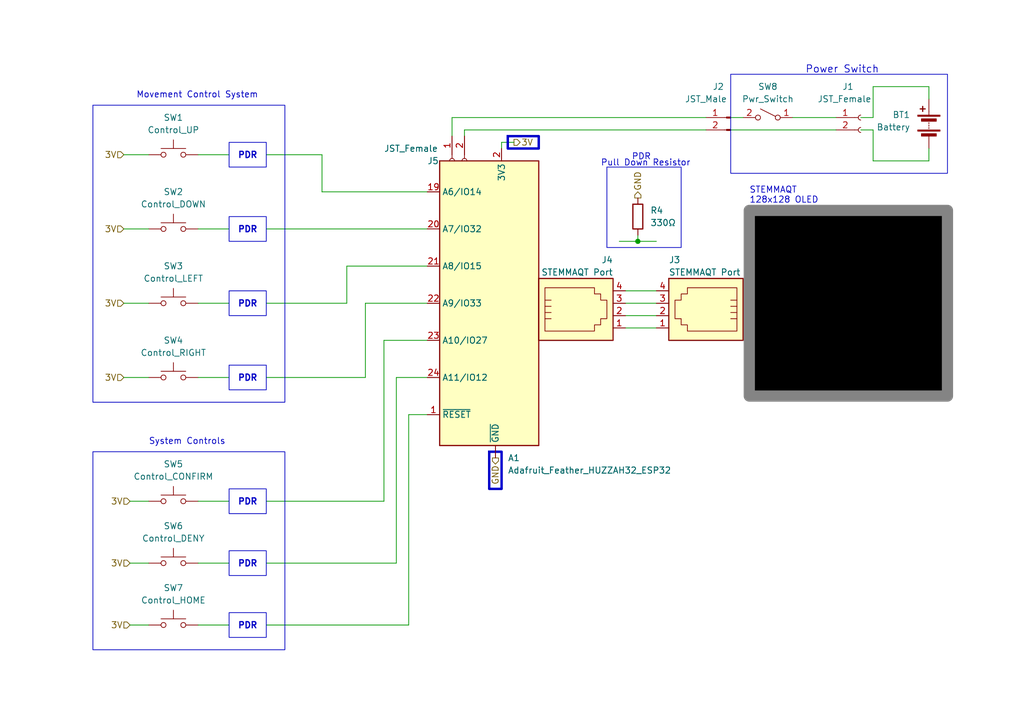
<source format=kicad_sch>
(kicad_sch (version 20230121) (generator eeschema)

  (uuid 6c238e7e-e4de-42bc-8ee9-991deeb9061d)

  (paper "A5")

  (title_block
    (title "The GameMan Game Console of Gaming")
    (date "2023-10-25")
    (company "Portland State University")
  )

  (lib_symbols
    (symbol "Connector:4P4C" (pin_names (offset 1.016)) (in_bom yes) (on_board yes)
      (property "Reference" "J" (at -5.08 8.89 0)
        (effects (font (size 1.27 1.27)) (justify right))
      )
      (property "Value" "4P4C" (at 2.54 8.89 0)
        (effects (font (size 1.27 1.27)) (justify left))
      )
      (property "Footprint" "" (at 0 1.27 90)
        (effects (font (size 1.27 1.27)) hide)
      )
      (property "Datasheet" "~" (at 0 1.27 90)
        (effects (font (size 1.27 1.27)) hide)
      )
      (property "ki_keywords" "4P4C RJ socket connector" (at 0 0 0)
        (effects (font (size 1.27 1.27)) hide)
      )
      (property "ki_description" "RJ connector, 4P4C (4 positions 4 connected), RJ9/RJ10/RJ22" (at 0 0 0)
        (effects (font (size 1.27 1.27)) hide)
      )
      (property "ki_fp_filters" "4P4C* RJ9* RJ10* RJ22*" (at 0 0 0)
        (effects (font (size 1.27 1.27)) hide)
      )
      (symbol "4P4C_0_1"
        (polyline
          (pts
            (xy -6.35 -0.635)
            (xy -5.08 -0.635)
            (xy -5.08 -0.635)
          )
          (stroke (width 0) (type default))
          (fill (type none))
        )
        (polyline
          (pts
            (xy -6.35 0.635)
            (xy -5.08 0.635)
            (xy -5.08 0.635)
          )
          (stroke (width 0) (type default))
          (fill (type none))
        )
        (polyline
          (pts
            (xy -6.35 1.905)
            (xy -5.08 1.905)
            (xy -5.08 1.905)
          )
          (stroke (width 0) (type default))
          (fill (type none))
        )
        (polyline
          (pts
            (xy -6.35 3.175)
            (xy -5.08 3.175)
            (xy -5.08 3.175)
          )
          (stroke (width 0) (type default))
          (fill (type none))
        )
        (polyline
          (pts
            (xy -6.35 -3.175)
            (xy -6.35 5.715)
            (xy -1.27 5.715)
            (xy 3.81 5.715)
            (xy 3.81 4.445)
            (xy 5.08 4.445)
            (xy 5.08 3.175)
            (xy 6.35 3.175)
            (xy 6.35 -0.635)
            (xy 5.08 -0.635)
            (xy 5.08 -1.905)
            (xy 3.81 -1.905)
            (xy 3.81 -3.175)
            (xy -6.35 -3.175)
            (xy -6.35 -3.175)
          )
          (stroke (width 0) (type default))
          (fill (type none))
        )
        (rectangle (start 7.62 7.62) (end -7.62 -5.08)
          (stroke (width 0.254) (type default))
          (fill (type background))
        )
      )
      (symbol "4P4C_1_1"
        (pin passive line (at 10.16 -2.54 180) (length 2.54)
          (name "~" (effects (font (size 1.27 1.27))))
          (number "1" (effects (font (size 1.27 1.27))))
        )
        (pin passive line (at 10.16 0 180) (length 2.54)
          (name "~" (effects (font (size 1.27 1.27))))
          (number "2" (effects (font (size 1.27 1.27))))
        )
        (pin passive line (at 10.16 2.54 180) (length 2.54)
          (name "~" (effects (font (size 1.27 1.27))))
          (number "3" (effects (font (size 1.27 1.27))))
        )
        (pin passive line (at 10.16 5.08 180) (length 2.54)
          (name "~" (effects (font (size 1.27 1.27))))
          (number "4" (effects (font (size 1.27 1.27))))
        )
      )
    )
    (symbol "Connector:Conn_01x02_Pin" (pin_names (offset 1.016) hide) (in_bom yes) (on_board yes)
      (property "Reference" "J" (at 0 2.54 0)
        (effects (font (size 1.27 1.27)))
      )
      (property "Value" "Conn_01x02_Pin" (at 0 -5.08 0)
        (effects (font (size 1.27 1.27)))
      )
      (property "Footprint" "" (at 0 0 0)
        (effects (font (size 1.27 1.27)) hide)
      )
      (property "Datasheet" "~" (at 0 0 0)
        (effects (font (size 1.27 1.27)) hide)
      )
      (property "ki_locked" "" (at 0 0 0)
        (effects (font (size 1.27 1.27)))
      )
      (property "ki_keywords" "connector" (at 0 0 0)
        (effects (font (size 1.27 1.27)) hide)
      )
      (property "ki_description" "Generic connector, single row, 01x02, script generated" (at 0 0 0)
        (effects (font (size 1.27 1.27)) hide)
      )
      (property "ki_fp_filters" "Connector*:*_1x??_*" (at 0 0 0)
        (effects (font (size 1.27 1.27)) hide)
      )
      (symbol "Conn_01x02_Pin_1_1"
        (polyline
          (pts
            (xy 1.27 -2.54)
            (xy 0.8636 -2.54)
          )
          (stroke (width 0.1524) (type default))
          (fill (type none))
        )
        (polyline
          (pts
            (xy 1.27 0)
            (xy 0.8636 0)
          )
          (stroke (width 0.1524) (type default))
          (fill (type none))
        )
        (rectangle (start 0.8636 -2.413) (end 0 -2.667)
          (stroke (width 0.1524) (type default))
          (fill (type outline))
        )
        (rectangle (start 0.8636 0.127) (end 0 -0.127)
          (stroke (width 0.1524) (type default))
          (fill (type outline))
        )
        (pin passive line (at 5.08 0 180) (length 3.81)
          (name "Pin_1" (effects (font (size 1.27 1.27))))
          (number "1" (effects (font (size 1.27 1.27))))
        )
        (pin passive line (at 5.08 -2.54 180) (length 3.81)
          (name "Pin_2" (effects (font (size 1.27 1.27))))
          (number "2" (effects (font (size 1.27 1.27))))
        )
      )
    )
    (symbol "Connector:Conn_01x02_Socket" (pin_names (offset 1.016) hide) (in_bom yes) (on_board yes)
      (property "Reference" "J" (at 0 2.54 0)
        (effects (font (size 1.27 1.27)))
      )
      (property "Value" "Conn_01x02_Socket" (at 0 -5.08 0)
        (effects (font (size 1.27 1.27)))
      )
      (property "Footprint" "" (at 0 0 0)
        (effects (font (size 1.27 1.27)) hide)
      )
      (property "Datasheet" "~" (at 0 0 0)
        (effects (font (size 1.27 1.27)) hide)
      )
      (property "ki_locked" "" (at 0 0 0)
        (effects (font (size 1.27 1.27)))
      )
      (property "ki_keywords" "connector" (at 0 0 0)
        (effects (font (size 1.27 1.27)) hide)
      )
      (property "ki_description" "Generic connector, single row, 01x02, script generated" (at 0 0 0)
        (effects (font (size 1.27 1.27)) hide)
      )
      (property "ki_fp_filters" "Connector*:*_1x??_*" (at 0 0 0)
        (effects (font (size 1.27 1.27)) hide)
      )
      (symbol "Conn_01x02_Socket_1_1"
        (arc (start 0 -2.032) (mid -0.5058 -2.54) (end 0 -3.048)
          (stroke (width 0.1524) (type default))
          (fill (type none))
        )
        (polyline
          (pts
            (xy -1.27 -2.54)
            (xy -0.508 -2.54)
          )
          (stroke (width 0.1524) (type default))
          (fill (type none))
        )
        (polyline
          (pts
            (xy -1.27 0)
            (xy -0.508 0)
          )
          (stroke (width 0.1524) (type default))
          (fill (type none))
        )
        (arc (start 0 0.508) (mid -0.5058 0) (end 0 -0.508)
          (stroke (width 0.1524) (type default))
          (fill (type none))
        )
        (pin passive line (at -5.08 0 0) (length 3.81)
          (name "Pin_1" (effects (font (size 1.27 1.27))))
          (number "1" (effects (font (size 1.27 1.27))))
        )
        (pin passive line (at -5.08 -2.54 0) (length 3.81)
          (name "Pin_2" (effects (font (size 1.27 1.27))))
          (number "2" (effects (font (size 1.27 1.27))))
        )
      )
    )
    (symbol "Device:Battery" (pin_numbers hide) (pin_names (offset 0) hide) (in_bom yes) (on_board yes)
      (property "Reference" "BT" (at 2.54 2.54 0)
        (effects (font (size 1.27 1.27)) (justify left))
      )
      (property "Value" "Battery" (at 2.54 0 0)
        (effects (font (size 1.27 1.27)) (justify left))
      )
      (property "Footprint" "" (at 0 1.524 90)
        (effects (font (size 1.27 1.27)) hide)
      )
      (property "Datasheet" "~" (at 0 1.524 90)
        (effects (font (size 1.27 1.27)) hide)
      )
      (property "ki_keywords" "batt voltage-source cell" (at 0 0 0)
        (effects (font (size 1.27 1.27)) hide)
      )
      (property "ki_description" "Multiple-cell battery" (at 0 0 0)
        (effects (font (size 1.27 1.27)) hide)
      )
      (symbol "Battery_0_1"
        (rectangle (start -2.286 -1.27) (end 2.286 -1.524)
          (stroke (width 0) (type default))
          (fill (type outline))
        )
        (rectangle (start -2.286 1.778) (end 2.286 1.524)
          (stroke (width 0) (type default))
          (fill (type outline))
        )
        (rectangle (start -1.524 -2.032) (end 1.524 -2.54)
          (stroke (width 0) (type default))
          (fill (type outline))
        )
        (rectangle (start -1.524 1.016) (end 1.524 0.508)
          (stroke (width 0) (type default))
          (fill (type outline))
        )
        (polyline
          (pts
            (xy 0 -1.016)
            (xy 0 -0.762)
          )
          (stroke (width 0) (type default))
          (fill (type none))
        )
        (polyline
          (pts
            (xy 0 -0.508)
            (xy 0 -0.254)
          )
          (stroke (width 0) (type default))
          (fill (type none))
        )
        (polyline
          (pts
            (xy 0 0)
            (xy 0 0.254)
          )
          (stroke (width 0) (type default))
          (fill (type none))
        )
        (polyline
          (pts
            (xy 0 1.778)
            (xy 0 2.54)
          )
          (stroke (width 0) (type default))
          (fill (type none))
        )
        (polyline
          (pts
            (xy 0.762 3.048)
            (xy 1.778 3.048)
          )
          (stroke (width 0.254) (type default))
          (fill (type none))
        )
        (polyline
          (pts
            (xy 1.27 3.556)
            (xy 1.27 2.54)
          )
          (stroke (width 0.254) (type default))
          (fill (type none))
        )
      )
      (symbol "Battery_1_1"
        (pin passive line (at 0 5.08 270) (length 2.54)
          (name "+" (effects (font (size 1.27 1.27))))
          (number "1" (effects (font (size 1.27 1.27))))
        )
        (pin passive line (at 0 -5.08 90) (length 2.54)
          (name "-" (effects (font (size 1.27 1.27))))
          (number "2" (effects (font (size 1.27 1.27))))
        )
      )
    )
    (symbol "Device:R" (pin_numbers hide) (pin_names (offset 0)) (in_bom yes) (on_board yes)
      (property "Reference" "R" (at 2.032 0 90)
        (effects (font (size 1.27 1.27)))
      )
      (property "Value" "R" (at 0 0 90)
        (effects (font (size 1.27 1.27)))
      )
      (property "Footprint" "" (at -1.778 0 90)
        (effects (font (size 1.27 1.27)) hide)
      )
      (property "Datasheet" "~" (at 0 0 0)
        (effects (font (size 1.27 1.27)) hide)
      )
      (property "ki_keywords" "R res resistor" (at 0 0 0)
        (effects (font (size 1.27 1.27)) hide)
      )
      (property "ki_description" "Resistor" (at 0 0 0)
        (effects (font (size 1.27 1.27)) hide)
      )
      (property "ki_fp_filters" "R_*" (at 0 0 0)
        (effects (font (size 1.27 1.27)) hide)
      )
      (symbol "R_0_1"
        (rectangle (start -1.016 -2.54) (end 1.016 2.54)
          (stroke (width 0.254) (type default))
          (fill (type none))
        )
      )
      (symbol "R_1_1"
        (pin passive line (at 0 3.81 270) (length 1.27)
          (name "~" (effects (font (size 1.27 1.27))))
          (number "1" (effects (font (size 1.27 1.27))))
        )
        (pin passive line (at 0 -3.81 90) (length 1.27)
          (name "~" (effects (font (size 1.27 1.27))))
          (number "2" (effects (font (size 1.27 1.27))))
        )
      )
    )
    (symbol "MCU_Module:Adafruit_Feather_HUZZAH32_ESP32" (in_bom yes) (on_board yes)
      (property "Reference" "A1" (at 2.1941 -33.02 0)
        (effects (font (size 1.27 1.27)) (justify left))
      )
      (property "Value" "Adafruit_Feather_HUZZAH32_ESP32" (at 2.1941 -35.56 0)
        (effects (font (size 1.27 1.27)) (justify left))
      )
      (property "Footprint" "Module:Adafruit_Feather" (at 2.54 -34.29 0)
        (effects (font (size 1.27 1.27)) (justify left) hide)
      )
      (property "Datasheet" "https://cdn-learn.adafruit.com/downloads/pdf/adafruit-huzzah32-esp32-feather.pdf" (at 0 -30.48 0)
        (effects (font (size 1.27 1.27)) hide)
      )
      (property "ki_keywords" "Adafruit feather microcontroller module USB" (at 0 0 0)
        (effects (font (size 1.27 1.27)) hide)
      )
      (property "ki_description" "Microcontroller module with ESP32 MCU" (at 0 0 0)
        (effects (font (size 1.27 1.27)) hide)
      )
      (property "ki_fp_filters" "Adafruit*Feather*" (at 0 0 0)
        (effects (font (size 1.27 1.27)) hide)
      )
      (symbol "Adafruit_Feather_HUZZAH32_ESP32_0_1"
        (rectangle (start -10.16 27.94) (end 10.16 -30.48)
          (stroke (width 0.254) (type default))
          (fill (type background))
        )
      )
      (symbol "Adafruit_Feather_HUZZAH32_ESP32_1_1"
        (pin input line (at 1.27 -33.02 90) (length 2.54)
          (name "~{GND}" (effects (font (size 1.27 1.27))))
          (number "" (effects (font (size 1.27 1.27))))
        )
        (pin input line (at -12.7 -24.13 0) (length 2.54)
          (name "~{RESET}" (effects (font (size 1.27 1.27))))
          (number "1" (effects (font (size 1.27 1.27))))
        )
        (pin bidirectional line (at -12.7 21.59 0) (length 2.54)
          (name "A6/IO14" (effects (font (size 1.27 1.27))))
          (number "19" (effects (font (size 1.27 1.27))))
        )
        (pin power_in line (at 2.54 30.48 270) (length 2.54)
          (name "3V3" (effects (font (size 1.27 1.27))))
          (number "2" (effects (font (size 1.27 1.27))))
        )
        (pin bidirectional line (at -12.7 13.97 0) (length 2.54)
          (name "A7/IO32" (effects (font (size 1.27 1.27))))
          (number "20" (effects (font (size 1.27 1.27))))
        )
        (pin bidirectional line (at -12.7 6.35 0) (length 2.54)
          (name "A8/IO15" (effects (font (size 1.27 1.27))))
          (number "21" (effects (font (size 1.27 1.27))))
        )
        (pin bidirectional line (at -12.7 -1.27 0) (length 2.54)
          (name "A9/IO33" (effects (font (size 1.27 1.27))))
          (number "22" (effects (font (size 1.27 1.27))))
        )
        (pin bidirectional line (at -12.7 -8.89 0) (length 2.54)
          (name "A10/IO27" (effects (font (size 1.27 1.27))))
          (number "23" (effects (font (size 1.27 1.27))))
        )
        (pin bidirectional line (at -12.7 -16.51 0) (length 2.54)
          (name "A11/IO12" (effects (font (size 1.27 1.27))))
          (number "24" (effects (font (size 1.27 1.27))))
        )
      )
    )
    (symbol "Switch:SW_Push" (pin_numbers hide) (pin_names (offset 1.016) hide) (in_bom yes) (on_board yes)
      (property "Reference" "SW" (at 1.27 2.54 0)
        (effects (font (size 1.27 1.27)) (justify left))
      )
      (property "Value" "SW_Push" (at 0 -1.524 0)
        (effects (font (size 1.27 1.27)))
      )
      (property "Footprint" "" (at 0 5.08 0)
        (effects (font (size 1.27 1.27)) hide)
      )
      (property "Datasheet" "~" (at 0 5.08 0)
        (effects (font (size 1.27 1.27)) hide)
      )
      (property "ki_keywords" "switch normally-open pushbutton push-button" (at 0 0 0)
        (effects (font (size 1.27 1.27)) hide)
      )
      (property "ki_description" "Push button switch, generic, two pins" (at 0 0 0)
        (effects (font (size 1.27 1.27)) hide)
      )
      (symbol "SW_Push_0_1"
        (circle (center -2.032 0) (radius 0.508)
          (stroke (width 0) (type default))
          (fill (type none))
        )
        (polyline
          (pts
            (xy 0 1.27)
            (xy 0 3.048)
          )
          (stroke (width 0) (type default))
          (fill (type none))
        )
        (polyline
          (pts
            (xy 2.54 1.27)
            (xy -2.54 1.27)
          )
          (stroke (width 0) (type default))
          (fill (type none))
        )
        (circle (center 2.032 0) (radius 0.508)
          (stroke (width 0) (type default))
          (fill (type none))
        )
        (pin passive line (at -5.08 0 0) (length 2.54)
          (name "1" (effects (font (size 1.27 1.27))))
          (number "1" (effects (font (size 1.27 1.27))))
        )
        (pin passive line (at 5.08 0 180) (length 2.54)
          (name "2" (effects (font (size 1.27 1.27))))
          (number "2" (effects (font (size 1.27 1.27))))
        )
      )
    )
    (symbol "Switch:SW_SPST" (pin_names (offset 0) hide) (in_bom yes) (on_board yes)
      (property "Reference" "SW" (at 0 3.175 0)
        (effects (font (size 1.27 1.27)))
      )
      (property "Value" "SW_SPST" (at 0 -2.54 0)
        (effects (font (size 1.27 1.27)))
      )
      (property "Footprint" "" (at 0 0 0)
        (effects (font (size 1.27 1.27)) hide)
      )
      (property "Datasheet" "~" (at 0 0 0)
        (effects (font (size 1.27 1.27)) hide)
      )
      (property "ki_keywords" "switch lever" (at 0 0 0)
        (effects (font (size 1.27 1.27)) hide)
      )
      (property "ki_description" "Single Pole Single Throw (SPST) switch" (at 0 0 0)
        (effects (font (size 1.27 1.27)) hide)
      )
      (symbol "SW_SPST_0_0"
        (circle (center -2.032 0) (radius 0.508)
          (stroke (width 0) (type default))
          (fill (type none))
        )
        (polyline
          (pts
            (xy -1.524 0.254)
            (xy 1.524 1.778)
          )
          (stroke (width 0) (type default))
          (fill (type none))
        )
        (circle (center 2.032 0) (radius 0.508)
          (stroke (width 0) (type default))
          (fill (type none))
        )
      )
      (symbol "SW_SPST_1_1"
        (pin passive line (at -5.08 0 0) (length 2.54)
          (name "A" (effects (font (size 1.27 1.27))))
          (number "1" (effects (font (size 1.27 1.27))))
        )
        (pin passive line (at 5.08 0 180) (length 2.54)
          (name "B" (effects (font (size 1.27 1.27))))
          (number "2" (effects (font (size 1.27 1.27))))
        )
      )
    )
  )

  (junction (at 130.81 49.53) (diameter 0) (color 0 0 0 0)
    (uuid dc049bbd-8c18-46f9-aa7a-ce02413892c9)
  )

  (wire (pts (xy 83.82 85.09) (xy 87.63 85.09))
    (stroke (width 0) (type default))
    (uuid 0451d69d-de19-4d60-906c-0ea5cc5814fa)
  )
  (wire (pts (xy 130.81 49.53) (xy 134.62 49.53))
    (stroke (width 0) (type default))
    (uuid 0602eb11-22f7-4f3d-bdf2-9c3125e94960)
  )
  (wire (pts (xy 83.82 128.27) (xy 83.82 85.09))
    (stroke (width 0) (type default))
    (uuid 07bba6fd-ffc7-4f18-8e5a-5cfe57af5c9f)
  )
  (wire (pts (xy 149.86 26.67) (xy 171.45 26.67))
    (stroke (width 0) (type default))
    (uuid 08bdcb5e-cbbd-400f-9535-d19c6b8a7d3a)
  )
  (wire (pts (xy 66.04 31.75) (xy 66.04 39.37))
    (stroke (width 0) (type default))
    (uuid 111186a2-2171-4854-a133-487cabb01fb3)
  )
  (wire (pts (xy 71.12 54.61) (xy 87.63 54.61))
    (stroke (width 0) (type default))
    (uuid 1b10ddd6-f3d6-4f0d-871a-4e935792062d)
  )
  (wire (pts (xy 40.64 102.87) (xy 46.99 102.87))
    (stroke (width 0) (type default))
    (uuid 1bdefbd6-a94c-4d0d-8f2b-4c0efe04db70)
  )
  (wire (pts (xy 176.53 24.13) (xy 179.07 24.13))
    (stroke (width 0) (type default))
    (uuid 1ce34fce-9761-4edd-b512-6a123d30bccc)
  )
  (wire (pts (xy 176.53 26.67) (xy 179.07 26.67))
    (stroke (width 0) (type default))
    (uuid 1e814648-9dd5-4233-aeb4-57eb9ae79d85)
  )
  (wire (pts (xy 25.4 62.23) (xy 30.48 62.23))
    (stroke (width 0) (type default))
    (uuid 28d1640e-ab52-43fa-a86f-261cb6138d9f)
  )
  (wire (pts (xy 162.56 24.13) (xy 171.45 24.13))
    (stroke (width 0) (type default))
    (uuid 2e5b5855-371d-48c2-804f-3f8f27607e08)
  )
  (wire (pts (xy 26.67 128.27) (xy 30.48 128.27))
    (stroke (width 0) (type default))
    (uuid 2fa4d4ed-3524-428e-b08b-8528a5964657)
  )
  (wire (pts (xy 105.41 29.21) (xy 102.87 29.21))
    (stroke (width 0) (type default))
    (uuid 3038abeb-1b3f-47c7-a928-cfae50daed88)
  )
  (wire (pts (xy 102.87 29.21) (xy 102.87 30.48))
    (stroke (width 0) (type default))
    (uuid 32060840-fe54-4b31-9507-2e2724167f1a)
  )
  (wire (pts (xy 26.67 115.57) (xy 30.48 115.57))
    (stroke (width 0) (type default))
    (uuid 35000b58-2907-4af2-921c-317b6a63c03a)
  )
  (wire (pts (xy 190.5 33.02) (xy 179.07 33.02))
    (stroke (width 0) (type default))
    (uuid 3580488f-552e-4941-891b-516005293dd7)
  )
  (wire (pts (xy 54.61 46.99) (xy 87.63 46.99))
    (stroke (width 0) (type default))
    (uuid 387337b6-98bb-4c27-9593-f8a175b96479)
  )
  (wire (pts (xy 127 49.53) (xy 130.81 49.53))
    (stroke (width 0) (type default))
    (uuid 3eb71ad8-3a1e-4284-8579-60a8d0506751)
  )
  (wire (pts (xy 26.67 102.87) (xy 30.48 102.87))
    (stroke (width 0) (type default))
    (uuid 3ed1f9e8-5e59-4d7c-8ff4-cd58985b8c22)
  )
  (wire (pts (xy 74.93 77.47) (xy 74.93 62.23))
    (stroke (width 0) (type default))
    (uuid 440167c0-8089-42eb-84be-3c345d5f5e19)
  )
  (wire (pts (xy 25.4 77.47) (xy 30.48 77.47))
    (stroke (width 0) (type default))
    (uuid 4be1d740-e10d-41f1-bcb0-927ca30216c1)
  )
  (wire (pts (xy 179.07 17.78) (xy 179.07 24.13))
    (stroke (width 0) (type default))
    (uuid 4efc8d09-47c6-4693-8f67-abcafe098cb4)
  )
  (wire (pts (xy 81.28 77.47) (xy 87.63 77.47))
    (stroke (width 0) (type default))
    (uuid 57a93c19-1f00-4a08-b968-fe6194a61768)
  )
  (wire (pts (xy 128.27 64.77) (xy 134.62 64.77))
    (stroke (width 0) (type default))
    (uuid 5a7d5f13-ab73-4abe-9621-509877a72dbc)
  )
  (wire (pts (xy 71.12 62.23) (xy 71.12 54.61))
    (stroke (width 0) (type default))
    (uuid 5c6a2184-867e-4a18-9a47-196184223fdf)
  )
  (wire (pts (xy 144.78 24.13) (xy 92.71 24.13))
    (stroke (width 0) (type default))
    (uuid 655d9945-fbb7-4f99-8f02-60397ca7f0d7)
  )
  (wire (pts (xy 66.04 39.37) (xy 87.63 39.37))
    (stroke (width 0) (type default))
    (uuid 6f10636c-7d55-47ae-9010-34b9af1f9916)
  )
  (wire (pts (xy 78.74 69.85) (xy 87.63 69.85))
    (stroke (width 0) (type default))
    (uuid 76cd5eeb-18d9-46fb-8145-0e0c61ed61e3)
  )
  (wire (pts (xy 54.61 102.87) (xy 78.74 102.87))
    (stroke (width 0) (type default))
    (uuid 7eea0498-4cd1-44db-8f6b-53d5b45e7c43)
  )
  (wire (pts (xy 40.64 115.57) (xy 46.99 115.57))
    (stroke (width 0) (type default))
    (uuid 81d361c0-57b2-4f64-86af-d49292033792)
  )
  (wire (pts (xy 128.27 62.23) (xy 134.62 62.23))
    (stroke (width 0) (type default))
    (uuid 847ae473-96fe-4c63-bbd9-07675314eedf)
  )
  (wire (pts (xy 54.61 31.75) (xy 66.04 31.75))
    (stroke (width 0) (type default))
    (uuid 86d24ff2-97ff-4c32-9ce5-5ee8d5989902)
  )
  (wire (pts (xy 40.64 128.27) (xy 46.99 128.27))
    (stroke (width 0) (type default))
    (uuid 87d44162-fd17-44e4-81bd-fcc141d60355)
  )
  (wire (pts (xy 40.64 31.75) (xy 46.99 31.75))
    (stroke (width 0) (type default))
    (uuid 92bd1dd1-51b5-4993-86ba-d6e39fd3a237)
  )
  (wire (pts (xy 81.28 115.57) (xy 81.28 77.47))
    (stroke (width 0) (type default))
    (uuid 93c4bd21-637e-4540-ae35-0eeec43e41ee)
  )
  (wire (pts (xy 190.5 20.32) (xy 190.5 17.78))
    (stroke (width 0) (type default))
    (uuid 9bf5aa1e-ab6e-417d-a944-a08f3f05a2b6)
  )
  (wire (pts (xy 190.5 17.78) (xy 179.07 17.78))
    (stroke (width 0) (type default))
    (uuid 9c6ed484-83a4-4be3-97b5-3be9d0c5c184)
  )
  (wire (pts (xy 25.4 46.99) (xy 30.48 46.99))
    (stroke (width 0) (type default))
    (uuid a8d8dd25-8e68-4a3a-9793-ca788d7c581d)
  )
  (wire (pts (xy 40.64 46.99) (xy 46.99 46.99))
    (stroke (width 0) (type default))
    (uuid ace9e55f-0c98-4190-adec-4e1e0c43a086)
  )
  (wire (pts (xy 54.61 62.23) (xy 71.12 62.23))
    (stroke (width 0) (type default))
    (uuid ae4f2c7b-153d-42bd-90e5-74f809d80fd5)
  )
  (wire (pts (xy 190.5 30.48) (xy 190.5 33.02))
    (stroke (width 0) (type default))
    (uuid b6b5efe9-d298-45cc-aee7-481dcf754b08)
  )
  (wire (pts (xy 40.64 77.47) (xy 46.99 77.47))
    (stroke (width 0) (type default))
    (uuid b9a336a8-833b-49ad-aaad-639af07c1365)
  )
  (wire (pts (xy 40.64 62.23) (xy 46.99 62.23))
    (stroke (width 0) (type default))
    (uuid be92ef9a-c71f-4495-bea8-97020fd3835f)
  )
  (wire (pts (xy 74.93 62.23) (xy 87.63 62.23))
    (stroke (width 0) (type default))
    (uuid c99ade8f-bcc4-468e-adfa-c325233a91fa)
  )
  (wire (pts (xy 25.4 31.75) (xy 30.48 31.75))
    (stroke (width 0) (type default))
    (uuid c9c1dc65-2518-4807-ac78-b643a9cf85b6)
  )
  (wire (pts (xy 179.07 33.02) (xy 179.07 26.67))
    (stroke (width 0) (type default))
    (uuid caf7e5b7-023c-4ac5-9f0a-f9944b17b7f9)
  )
  (wire (pts (xy 130.81 48.26) (xy 130.81 49.53))
    (stroke (width 0) (type default))
    (uuid cbaee4e3-6ecd-411e-bc6c-77a52ff31e67)
  )
  (wire (pts (xy 54.61 128.27) (xy 83.82 128.27))
    (stroke (width 0) (type default))
    (uuid d7819728-24ff-49ad-a229-f5abc40837bf)
  )
  (wire (pts (xy 92.71 24.13) (xy 92.71 27.94))
    (stroke (width 0) (type default))
    (uuid d7d0d501-8c97-4640-9156-a55755fe83ab)
  )
  (wire (pts (xy 128.27 67.31) (xy 134.62 67.31))
    (stroke (width 0) (type default))
    (uuid db179609-1e2e-4fdc-a48f-2ffb286d49b6)
  )
  (wire (pts (xy 78.74 102.87) (xy 78.74 69.85))
    (stroke (width 0) (type default))
    (uuid df3052b7-a182-49d6-a2dc-5cc3e4226b80)
  )
  (wire (pts (xy 54.61 115.57) (xy 81.28 115.57))
    (stroke (width 0) (type default))
    (uuid e313ade5-d679-4927-897d-4519d3a2af0e)
  )
  (wire (pts (xy 149.86 24.13) (xy 152.4 24.13))
    (stroke (width 0) (type default))
    (uuid e5da2510-0745-46eb-ab2e-641daa66043a)
  )
  (wire (pts (xy 95.25 26.67) (xy 95.25 27.94))
    (stroke (width 0) (type default))
    (uuid e682a927-0c09-4189-ad7e-a074da4a87b2)
  )
  (wire (pts (xy 128.27 59.69) (xy 134.62 59.69))
    (stroke (width 0) (type default))
    (uuid e723951b-42a2-4c7b-b52d-6e03b61ed50c)
  )
  (wire (pts (xy 54.61 77.47) (xy 74.93 77.47))
    (stroke (width 0) (type default))
    (uuid f0375b33-5c02-4a13-8cf6-9ccd8d5c2544)
  )
  (wire (pts (xy 144.78 26.67) (xy 95.25 26.67))
    (stroke (width 0) (type default))
    (uuid f4e45fd2-0e13-4220-8bc4-3c0c6ef830ce)
  )

  (rectangle (start 19.05 92.71) (end 58.42 133.35)
    (stroke (width 0) (type default))
    (fill (type none))
    (uuid 0213f60a-8d29-454a-9776-eee400f23007)
  )
  (rectangle (start 104.14 27.94) (end 110.49 30.48)
    (stroke (width 0.5) (type default))
    (fill (type none))
    (uuid 345497f0-b3b7-4c97-9af7-d0011fd90a6b)
  )
  (rectangle (start 19.05 21.59) (end 58.42 82.55)
    (stroke (width 0) (type default))
    (fill (type none))
    (uuid 395becb8-9cb6-40c6-8bda-7a320f426141)
  )
  (rectangle (start 100.33 92.71) (end 102.87 100.33)
    (stroke (width 0.5) (type default))
    (fill (type none))
    (uuid 3a7ab92e-2cdb-4037-a171-a363790429c8)
  )
  (rectangle (start 124.46 34.29) (end 139.7 50.8)
    (stroke (width 0) (type default))
    (fill (type none))
    (uuid 60aea4ef-2446-4cc9-9d83-dcc99becbd8e)
  )
  (rectangle (start 149.86 35.56) (end 194.31 15.24)
    (stroke (width 0) (type default))
    (fill (type none))
    (uuid 8b088f43-75c7-451c-86e2-ee048a7a71de)
  )
  (rectangle (start 153.67 43.18) (end 194.31 81.28)
    (stroke (width 2.3) (type default) (color 132 132 132 1))
    (fill (type color) (color 0 0 0 1))
    (uuid b51dbea7-5e67-46f5-87cf-059843d384d6)
  )

  (text_box "PDR"
    (at 46.99 59.69 0) (size 7.62 5.08)
    (stroke (width 0) (type default))
    (fill (type none))
    (effects (font (size 1.27 1.27) (thickness 0.254) bold))
    (uuid 2ccc0e2b-482a-41fc-82e8-500d6b06175d)
  )
  (text_box "PDR"
    (at 46.99 100.33 0) (size 7.62 5.08)
    (stroke (width 0) (type default))
    (fill (type none))
    (effects (font (size 1.27 1.27) (thickness 0.254) bold))
    (uuid 3883ba05-4601-4017-9998-b87f8322795a)
  )
  (text_box "PDR"
    (at 46.99 74.93 0) (size 7.62 5.08)
    (stroke (width 0) (type default))
    (fill (type none))
    (effects (font (size 1.27 1.27) (thickness 0.254) bold))
    (uuid 4c70ebce-7616-42ad-bd94-d71021167af2)
  )
  (text_box "PDR"
    (at 46.99 113.03 0) (size 7.62 5.08)
    (stroke (width 0) (type default))
    (fill (type none))
    (effects (font (size 1.27 1.27) (thickness 0.254) bold))
    (uuid 4e8f025f-e28e-4adb-9407-208d4ae15442)
  )
  (text_box "PDR"
    (at 46.99 125.73 0) (size 7.62 5.08)
    (stroke (width 0) (type default))
    (fill (type none))
    (effects (font (size 1.27 1.27) (thickness 0.254) bold))
    (uuid 89e18ec4-a66b-4a37-89e3-9314c9dd74ef)
  )
  (text_box "PDR"
    (at 46.99 44.45 0) (size 7.62 5.08)
    (stroke (width 0) (type default))
    (fill (type none))
    (effects (font (size 1.27 1.27) (thickness 0.254) bold))
    (uuid 96eba471-a473-478d-a3ca-99312424d90d)
  )
  (text_box "PDR"
    (at 46.99 29.21 0) (size 7.62 5.08)
    (stroke (width 0) (type default))
    (fill (type none))
    (effects (font (size 1.27 1.27) (thickness 0.254) bold))
    (uuid e5669c58-f2cc-4e58-a78c-d4c1c37ac891)
  )

  (text "Pull Down Resistor" (at 123.19 34.29 0)
    (effects (font (size 1.27 1.27)) (justify left bottom))
    (uuid 43c4a1c2-f4f9-425c-bf5f-8d67e33fccb8)
  )
  (text "STEMMAQT\n128x128 OLED" (at 153.67 41.91 0)
    (effects (font (size 1.27 1.27)) (justify left bottom))
    (uuid 75e72787-bc23-49c6-929f-792af07b0116)
  )
  (text "Movement Control System" (at 27.94 20.32 0)
    (effects (font (size 1.27 1.27)) (justify left bottom))
    (uuid 9e992c74-6017-4626-87be-a7a276f0dd5a)
  )
  (text "Power Switch" (at 180.34 15.24 0)
    (effects (font (size 1.5 1.5)) (justify right bottom))
    (uuid a9c7b41f-4355-4e16-b1ff-c0d495e03ed3)
  )
  (text "PDR" (at 129.54 33.02 0)
    (effects (font (size 1.27 1.27)) (justify left bottom))
    (uuid cf81f46c-ec52-4584-8e59-36e0563aa116)
  )
  (text "System Controls" (at 30.48 91.44 0)
    (effects (font (size 1.27 1.27)) (justify left bottom))
    (uuid d6b5aaee-55be-41ca-9a3c-5a5fa3639010)
  )

  (hierarchical_label "3V" (shape input) (at 26.67 115.57 180) (fields_autoplaced)
    (effects (font (size 1.27 1.27)) (justify right))
    (uuid 171ec75a-2029-4cae-b373-df1460793778)
  )
  (hierarchical_label "3V" (shape input) (at 25.4 77.47 180) (fields_autoplaced)
    (effects (font (size 1.27 1.27)) (justify right))
    (uuid 21f246ee-5843-4548-bba0-3c95f26ce614)
  )
  (hierarchical_label "GND" (shape output) (at 130.81 40.64 90) (fields_autoplaced)
    (effects (font (size 1.27 1.27)) (justify left))
    (uuid 54f32fa6-487e-446d-8a16-966863149714)
  )
  (hierarchical_label "3V" (shape output) (at 105.41 29.21 0) (fields_autoplaced)
    (effects (font (size 1.27 1.27)) (justify left))
    (uuid 763da728-0c25-484f-b464-64fd35a9fdba)
  )
  (hierarchical_label "3V" (shape input) (at 25.4 62.23 180) (fields_autoplaced)
    (effects (font (size 1.27 1.27)) (justify right))
    (uuid 8f4e81d2-d070-4f92-9c11-ada548df2e92)
  )
  (hierarchical_label "3V" (shape input) (at 25.4 31.75 180) (fields_autoplaced)
    (effects (font (size 1.27 1.27)) (justify right))
    (uuid 91b643e0-0fff-4d31-943a-95f151192844)
  )
  (hierarchical_label "3V" (shape input) (at 26.67 128.27 180) (fields_autoplaced)
    (effects (font (size 1.27 1.27)) (justify right))
    (uuid 99727f95-e706-4a36-a52b-89c4db02dd4c)
  )
  (hierarchical_label "GND" (shape output) (at 101.6 93.98 270) (fields_autoplaced)
    (effects (font (size 1.27 1.27)) (justify right))
    (uuid ae2b7dc0-7cdf-4885-b80e-cabe209f9466)
  )
  (hierarchical_label "3V" (shape input) (at 25.4 46.99 180) (fields_autoplaced)
    (effects (font (size 1.27 1.27)) (justify right))
    (uuid cc2928ce-e9e4-4dac-9cdb-af45a2e50183)
  )
  (hierarchical_label "3V" (shape input) (at 26.67 102.87 180) (fields_autoplaced)
    (effects (font (size 1.27 1.27)) (justify right))
    (uuid e5310215-887b-4066-95a3-6ebe36f3878d)
  )

  (symbol (lib_id "Switch:SW_Push") (at 35.56 115.57 0) (unit 1)
    (in_bom yes) (on_board yes) (dnp no) (fields_autoplaced)
    (uuid 1046fd77-17ff-4edc-8ee5-1fa4d3b0d8a7)
    (property "Reference" "SW6" (at 35.56 107.95 0)
      (effects (font (size 1.27 1.27)))
    )
    (property "Value" "Control_DENY" (at 35.56 110.49 0)
      (effects (font (size 1.27 1.27)))
    )
    (property "Footprint" "" (at 35.56 110.49 0)
      (effects (font (size 1.27 1.27)) hide)
    )
    (property "Datasheet" "~" (at 35.56 110.49 0)
      (effects (font (size 1.27 1.27)) hide)
    )
    (pin "1" (uuid 699a6046-3d5a-4f0b-b625-be2c1a9a38df))
    (pin "2" (uuid a889961a-edaf-4c71-9ff6-137424a908cb))
    (instances
      (project "gameman schematic"
        (path "/6c238e7e-e4de-42bc-8ee9-991deeb9061d"
          (reference "SW6") (unit 1)
        )
      )
    )
  )

  (symbol (lib_id "Switch:SW_SPST") (at 157.48 24.13 0) (mirror y) (unit 1)
    (in_bom yes) (on_board yes) (dnp no) (fields_autoplaced)
    (uuid 15a35699-9f16-4c85-82ac-22bb1689ada8)
    (property "Reference" "SW8" (at 157.48 17.78 0)
      (effects (font (size 1.27 1.27)))
    )
    (property "Value" "Pwr_Switch" (at 157.48 20.32 0)
      (effects (font (size 1.27 1.27)))
    )
    (property "Footprint" "" (at 157.48 24.13 0)
      (effects (font (size 1.27 1.27)) hide)
    )
    (property "Datasheet" "~" (at 157.48 24.13 0)
      (effects (font (size 1.27 1.27)) hide)
    )
    (pin "1" (uuid 66d470ab-628a-48c3-8150-40de1f727d84))
    (pin "2" (uuid a984cdf0-12ba-4da6-b84b-aae4308f93f5))
    (instances
      (project "gameman schematic"
        (path "/6c238e7e-e4de-42bc-8ee9-991deeb9061d"
          (reference "SW8") (unit 1)
        )
      )
    )
  )

  (symbol (lib_id "Device:R") (at 130.81 44.45 0) (unit 1)
    (in_bom yes) (on_board yes) (dnp no) (fields_autoplaced)
    (uuid 1fea6f27-f032-4baf-b295-a2e947a55a10)
    (property "Reference" "R4" (at 133.35 43.18 0)
      (effects (font (size 1.27 1.27)) (justify left))
    )
    (property "Value" "330Ω" (at 133.35 45.72 0)
      (effects (font (size 1.27 1.27)) (justify left))
    )
    (property "Footprint" "" (at 129.032 44.45 90)
      (effects (font (size 1.27 1.27)) hide)
    )
    (property "Datasheet" "~" (at 130.81 44.45 0)
      (effects (font (size 1.27 1.27)) hide)
    )
    (pin "1" (uuid f7260686-f2c5-4a1b-848e-76b0b423e44d))
    (pin "2" (uuid 36c92516-22c1-41a0-8c34-7efffcff4ca5))
    (instances
      (project "gameman schematic"
        (path "/6c238e7e-e4de-42bc-8ee9-991deeb9061d"
          (reference "R4") (unit 1)
        )
      )
    )
  )

  (symbol (lib_id "Switch:SW_Push") (at 35.56 46.99 0) (unit 1)
    (in_bom yes) (on_board yes) (dnp no) (fields_autoplaced)
    (uuid 31939c4d-7eb4-47f9-aba3-1888794424c7)
    (property "Reference" "SW2" (at 35.56 39.37 0)
      (effects (font (size 1.27 1.27)))
    )
    (property "Value" "Control_DOWN" (at 35.56 41.91 0)
      (effects (font (size 1.27 1.27)))
    )
    (property "Footprint" "" (at 35.56 41.91 0)
      (effects (font (size 1.27 1.27)) hide)
    )
    (property "Datasheet" "~" (at 35.56 41.91 0)
      (effects (font (size 1.27 1.27)) hide)
    )
    (pin "1" (uuid f4df50d8-8624-44f1-bfd3-6911fb50afd9))
    (pin "2" (uuid 8a1872d3-5184-4194-8acd-9094ec4d2ab3))
    (instances
      (project "gameman schematic"
        (path "/6c238e7e-e4de-42bc-8ee9-991deeb9061d"
          (reference "SW2") (unit 1)
        )
      )
    )
  )

  (symbol (lib_id "Switch:SW_Push") (at 35.56 62.23 0) (unit 1)
    (in_bom yes) (on_board yes) (dnp no) (fields_autoplaced)
    (uuid 325b7022-f760-4f9f-91f2-abd7290e3d6c)
    (property "Reference" "SW3" (at 35.56 54.61 0)
      (effects (font (size 1.27 1.27)))
    )
    (property "Value" "Control_LEFT" (at 35.56 57.15 0)
      (effects (font (size 1.27 1.27)))
    )
    (property "Footprint" "" (at 35.56 57.15 0)
      (effects (font (size 1.27 1.27)) hide)
    )
    (property "Datasheet" "~" (at 35.56 57.15 0)
      (effects (font (size 1.27 1.27)) hide)
    )
    (pin "1" (uuid 9814e809-8b33-40b2-924a-0d4fc1c72b64))
    (pin "2" (uuid 9ab6acdd-0da9-4c6a-a5f0-851ad63eb5d9))
    (instances
      (project "gameman schematic"
        (path "/6c238e7e-e4de-42bc-8ee9-991deeb9061d"
          (reference "SW3") (unit 1)
        )
      )
    )
  )

  (symbol (lib_id "MCU_Module:Adafruit_Feather_HUZZAH32_ESP32") (at 100.33 60.96 0) (unit 1)
    (in_bom yes) (on_board yes) (dnp no)
    (uuid 39b133a2-779f-4c30-be02-506cabd2552a)
    (property "Reference" "A1" (at 104.14 93.98 0)
      (effects (font (size 1.27 1.27)) (justify left))
    )
    (property "Value" "Adafruit_Feather_HUZZAH32_ESP32" (at 104.14 96.52 0)
      (effects (font (size 1.27 1.27)) (justify left))
    )
    (property "Footprint" "Module:Adafruit_Feather" (at 102.87 95.25 0)
      (effects (font (size 1.27 1.27)) (justify left) hide)
    )
    (property "Datasheet" "https://cdn-learn.adafruit.com/downloads/pdf/adafruit-huzzah32-esp32-feather.pdf" (at 100.33 91.44 0)
      (effects (font (size 1.27 1.27)) hide)
    )
    (pin "" (uuid c6961a7a-4606-4c48-ab24-aee1b1a999de))
    (pin "1" (uuid 516b85cc-0449-42b8-8435-62383282ddb8))
    (pin "19" (uuid 71098fa5-a841-4ec5-9ba2-cb9f9649d636))
    (pin "2" (uuid 0133a53f-d50c-4623-bdd7-0828a7201883))
    (pin "20" (uuid 4eec5387-2f3a-40cb-9a62-143a5b0e6a60))
    (pin "21" (uuid a5e49d55-4deb-48d0-b9cf-966e328b28a1))
    (pin "22" (uuid 908ed020-f021-4bb2-add0-c7707a3c9894))
    (pin "23" (uuid c9dbff8e-ea50-4a2f-ba03-cc49ae22b663))
    (pin "24" (uuid 72c2706d-cf81-4b54-a5bd-ef28cf18b20e))
    (instances
      (project "gameman schematic"
        (path "/6c238e7e-e4de-42bc-8ee9-991deeb9061d"
          (reference "A1") (unit 1)
        )
      )
    )
  )

  (symbol (lib_id "Connector:Conn_01x02_Socket") (at 92.71 33.02 90) (mirror x) (unit 1)
    (in_bom yes) (on_board yes) (dnp no)
    (uuid 403ab981-fe54-4302-b9ec-7127511c20d3)
    (property "Reference" "J5" (at 87.63 33.02 90)
      (effects (font (size 1.27 1.27)) (justify right))
    )
    (property "Value" "JST_Female" (at 78.74 30.48 90)
      (effects (font (size 1.27 1.27)) (justify right))
    )
    (property "Footprint" "" (at 92.71 33.02 0)
      (effects (font (size 1.27 1.27)) hide)
    )
    (property "Datasheet" "~" (at 92.71 33.02 0)
      (effects (font (size 1.27 1.27)) hide)
    )
    (pin "1" (uuid c8d2132a-6a4f-4474-8e6c-8ab2ec28dd89))
    (pin "2" (uuid 76789ed0-8b44-4cda-a253-4c8d6e5f33af))
    (instances
      (project "gameman schematic"
        (path "/6c238e7e-e4de-42bc-8ee9-991deeb9061d"
          (reference "J5") (unit 1)
        )
      )
    )
  )

  (symbol (lib_id "Switch:SW_Push") (at 35.56 31.75 0) (unit 1)
    (in_bom yes) (on_board yes) (dnp no) (fields_autoplaced)
    (uuid 506d382b-d1ab-4751-8888-b8ffba025743)
    (property "Reference" "SW1" (at 35.56 24.13 0)
      (effects (font (size 1.27 1.27)))
    )
    (property "Value" "Control_UP" (at 35.56 26.67 0)
      (effects (font (size 1.27 1.27)))
    )
    (property "Footprint" "" (at 35.56 26.67 0)
      (effects (font (size 1.27 1.27)) hide)
    )
    (property "Datasheet" "~" (at 35.56 26.67 0)
      (effects (font (size 1.27 1.27)) hide)
    )
    (pin "1" (uuid 1d776883-f1d0-4f16-9a68-c4a270b39f60))
    (pin "2" (uuid 546f18e8-0771-4d95-a4f4-280794764979))
    (instances
      (project "gameman schematic"
        (path "/6c238e7e-e4de-42bc-8ee9-991deeb9061d"
          (reference "SW1") (unit 1)
        )
      )
    )
  )

  (symbol (lib_id "Connector:Conn_01x02_Pin") (at 149.86 24.13 0) (mirror y) (unit 1)
    (in_bom yes) (on_board yes) (dnp no)
    (uuid 53050aeb-dd70-498c-8ef8-40cdb41ef9ff)
    (property "Reference" "J2" (at 147.32 17.78 0)
      (effects (font (size 1.27 1.27)))
    )
    (property "Value" "JST_Male" (at 144.78 20.32 0)
      (effects (font (size 1.27 1.27)))
    )
    (property "Footprint" "" (at 149.86 24.13 0)
      (effects (font (size 1.27 1.27)) hide)
    )
    (property "Datasheet" "~" (at 149.86 24.13 0)
      (effects (font (size 1.27 1.27)) hide)
    )
    (pin "1" (uuid e0b2211e-14b4-4fc9-b0b4-434bff5a748e))
    (pin "2" (uuid 4de3bb5e-bf4f-4c38-b3d1-62062d4d750b))
    (instances
      (project "gameman schematic"
        (path "/6c238e7e-e4de-42bc-8ee9-991deeb9061d"
          (reference "J2") (unit 1)
        )
      )
    )
  )

  (symbol (lib_id "Switch:SW_Push") (at 35.56 77.47 0) (unit 1)
    (in_bom yes) (on_board yes) (dnp no) (fields_autoplaced)
    (uuid 61ea0670-90dc-40b8-b7dd-04c48b73f9ed)
    (property "Reference" "SW4" (at 35.56 69.85 0)
      (effects (font (size 1.27 1.27)))
    )
    (property "Value" "Control_RIGHT" (at 35.56 72.39 0)
      (effects (font (size 1.27 1.27)))
    )
    (property "Footprint" "" (at 35.56 72.39 0)
      (effects (font (size 1.27 1.27)) hide)
    )
    (property "Datasheet" "~" (at 35.56 72.39 0)
      (effects (font (size 1.27 1.27)) hide)
    )
    (pin "1" (uuid fdf2958f-7fc3-4531-963a-88ce2b291332))
    (pin "2" (uuid 7483fc58-dad7-4de8-a85b-107d3f3511c6))
    (instances
      (project "gameman schematic"
        (path "/6c238e7e-e4de-42bc-8ee9-991deeb9061d"
          (reference "SW4") (unit 1)
        )
      )
    )
  )

  (symbol (lib_id "Connector:4P4C") (at 118.11 64.77 0) (unit 1)
    (in_bom yes) (on_board yes) (dnp no)
    (uuid 7814025f-e406-47a6-bf72-ca7007d0eb33)
    (property "Reference" "J4" (at 125.73 53.34 0)
      (effects (font (size 1.27 1.27)) (justify right))
    )
    (property "Value" "STEMMAQT Port" (at 125.73 55.88 0)
      (effects (font (size 1.27 1.27)) (justify right))
    )
    (property "Footprint" "" (at 118.11 63.5 90)
      (effects (font (size 1.27 1.27)) hide)
    )
    (property "Datasheet" "~" (at 118.11 63.5 90)
      (effects (font (size 1.27 1.27)) hide)
    )
    (pin "1" (uuid 4dff8f8d-cd7f-4643-afc5-4a57eb0800e0))
    (pin "2" (uuid 8e94e4e4-8dad-434c-b5c4-9029947eeb5c))
    (pin "3" (uuid 8bce22e8-52e4-4ae1-9a96-1d3a9a076477))
    (pin "4" (uuid d9499842-d492-4fac-82a3-c595ed477295))
    (instances
      (project "gameman schematic"
        (path "/6c238e7e-e4de-42bc-8ee9-991deeb9061d"
          (reference "J4") (unit 1)
        )
      )
    )
  )

  (symbol (lib_id "Connector:Conn_01x02_Socket") (at 176.53 24.13 0) (unit 1)
    (in_bom yes) (on_board yes) (dnp no)
    (uuid 816b1f08-cfda-4444-9f36-726678c3ba05)
    (property "Reference" "J1" (at 172.72 17.78 0)
      (effects (font (size 1.27 1.27)) (justify left))
    )
    (property "Value" "JST_Female" (at 167.64 20.32 0)
      (effects (font (size 1.27 1.27)) (justify left))
    )
    (property "Footprint" "" (at 176.53 24.13 0)
      (effects (font (size 1.27 1.27)) hide)
    )
    (property "Datasheet" "~" (at 176.53 24.13 0)
      (effects (font (size 1.27 1.27)) hide)
    )
    (pin "1" (uuid e60509d0-e1e9-4508-b5e4-513718949b36))
    (pin "2" (uuid eb752e68-6045-4f09-ba1e-8cb77868d8c8))
    (instances
      (project "gameman schematic"
        (path "/6c238e7e-e4de-42bc-8ee9-991deeb9061d"
          (reference "J1") (unit 1)
        )
      )
    )
  )

  (symbol (lib_id "Connector:4P4C") (at 144.78 64.77 0) (mirror y) (unit 1)
    (in_bom yes) (on_board yes) (dnp no)
    (uuid 8311e722-7cd4-4b82-9283-17414b218ec1)
    (property "Reference" "J3" (at 137.16 53.34 0)
      (effects (font (size 1.27 1.27)) (justify right))
    )
    (property "Value" "STEMMAQT Port" (at 137.16 55.88 0)
      (effects (font (size 1.27 1.27)) (justify right))
    )
    (property "Footprint" "" (at 144.78 63.5 90)
      (effects (font (size 1.27 1.27)) hide)
    )
    (property "Datasheet" "~" (at 144.78 63.5 90)
      (effects (font (size 1.27 1.27)) hide)
    )
    (pin "1" (uuid 7fc4f3c3-5c7e-4592-b8ad-f3916fa54161))
    (pin "2" (uuid 87a758f7-ad11-4c1f-8829-4c422044b9d7))
    (pin "3" (uuid a6e6f821-7e99-4f30-9fda-92e1cd2fa8a8))
    (pin "4" (uuid c85e413f-cdd1-46fe-969e-11223cdc7120))
    (instances
      (project "gameman schematic"
        (path "/6c238e7e-e4de-42bc-8ee9-991deeb9061d"
          (reference "J3") (unit 1)
        )
      )
    )
  )

  (symbol (lib_id "Device:Battery") (at 190.5 25.4 0) (mirror y) (unit 1)
    (in_bom yes) (on_board yes) (dnp no) (fields_autoplaced)
    (uuid 867cf1da-5e7e-4128-80bb-a4c9a69299ad)
    (property "Reference" "BT1" (at 186.69 23.5585 0)
      (effects (font (size 1.27 1.27)) (justify left))
    )
    (property "Value" "Battery" (at 186.69 26.0985 0)
      (effects (font (size 1.27 1.27)) (justify left))
    )
    (property "Footprint" "" (at 190.5 23.876 90)
      (effects (font (size 1.27 1.27)) hide)
    )
    (property "Datasheet" "~" (at 190.5 23.876 90)
      (effects (font (size 1.27 1.27)) hide)
    )
    (pin "1" (uuid d9f755c2-e01d-4132-a4d8-604986520323))
    (pin "2" (uuid 1249c3d0-be6a-448d-a13e-912f8e6276d5))
    (instances
      (project "gameman schematic"
        (path "/6c238e7e-e4de-42bc-8ee9-991deeb9061d"
          (reference "BT1") (unit 1)
        )
      )
    )
  )

  (symbol (lib_id "Switch:SW_Push") (at 35.56 102.87 0) (unit 1)
    (in_bom yes) (on_board yes) (dnp no) (fields_autoplaced)
    (uuid f1e8e54d-956d-44c2-bdaa-0681407a68ee)
    (property "Reference" "SW5" (at 35.56 95.25 0)
      (effects (font (size 1.27 1.27)))
    )
    (property "Value" "Control_CONFIRM" (at 35.56 97.79 0)
      (effects (font (size 1.27 1.27)))
    )
    (property "Footprint" "" (at 35.56 97.79 0)
      (effects (font (size 1.27 1.27)) hide)
    )
    (property "Datasheet" "~" (at 35.56 97.79 0)
      (effects (font (size 1.27 1.27)) hide)
    )
    (pin "1" (uuid cc03bf07-6ce7-4e64-8f23-41edd2a9f3da))
    (pin "2" (uuid 55f406f4-07c6-40fc-8d28-2af2554b7fbb))
    (instances
      (project "gameman schematic"
        (path "/6c238e7e-e4de-42bc-8ee9-991deeb9061d"
          (reference "SW5") (unit 1)
        )
      )
    )
  )

  (symbol (lib_id "Switch:SW_Push") (at 35.56 128.27 0) (unit 1)
    (in_bom yes) (on_board yes) (dnp no) (fields_autoplaced)
    (uuid fb82490b-48f5-45b9-ac70-ab38d0143ce2)
    (property "Reference" "SW7" (at 35.56 120.65 0)
      (effects (font (size 1.27 1.27)))
    )
    (property "Value" "Control_HOME" (at 35.56 123.19 0)
      (effects (font (size 1.27 1.27)))
    )
    (property "Footprint" "" (at 35.56 123.19 0)
      (effects (font (size 1.27 1.27)) hide)
    )
    (property "Datasheet" "~" (at 35.56 123.19 0)
      (effects (font (size 1.27 1.27)) hide)
    )
    (pin "1" (uuid 4fa98fa6-f23c-485d-acc5-f8af2ee35193))
    (pin "2" (uuid d12a5ceb-04d5-45b0-91e6-b783416bc959))
    (instances
      (project "gameman schematic"
        (path "/6c238e7e-e4de-42bc-8ee9-991deeb9061d"
          (reference "SW7") (unit 1)
        )
      )
    )
  )

  (sheet_instances
    (path "/" (page "1"))
  )
)

</source>
